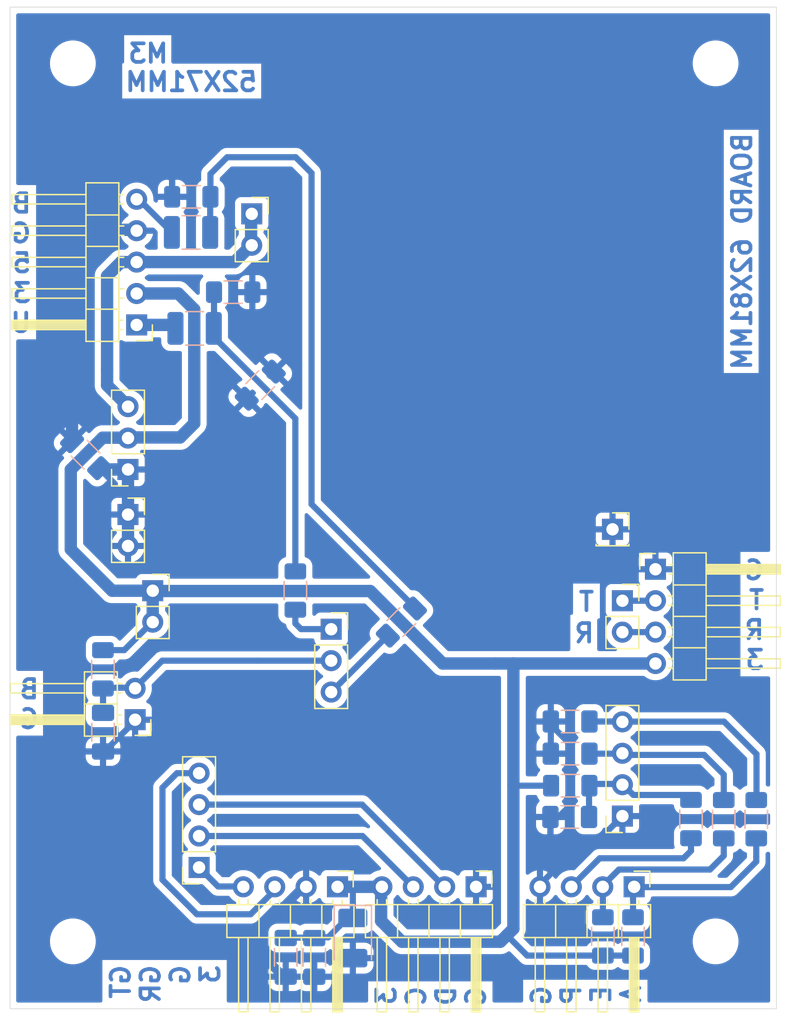
<source format=kicad_pcb>
(kicad_pcb (version 20240108) (generator "pcbnew") (generator_version "8.0")
  (layers (0 "F.Cu" signal) (31 "B.Cu" signal) (34 "B.Paste" user) (35 "F.Paste" user) (36 "B.SilkS" user "B.Silkscreen") (37 "F.SilkS" user "F.Silkscreen") (38 "B.Mask" user) (39 "F.Mask" user) (44 "Edge.Cuts" user))
  (net 0 "")
  (net 1 "ENC_A")
  (net 2 "ENC_P")
  (net 3 "GND")
  (net 4 "ENC_E")
  (net 5 "RX0")
  (net 6 "TX0")
  (net 7 "BUTTON")
  (net 8 "BATTERY")
  (net 9 "EXT_POWER_DETECT")
  (net 10 "+3.3V")
  (net 11 "+5V")
  (net 12 "GPS_RX")
  (net 13 "SDA")
  (net 14 "GPS_TX")
  (net 15 "SCL")
  (net 16 "ENC_O_P")
  (net 17 "ENC_O_E")
  (net 18 "ENC_O_A")
  (net 19 "Net-(R7-Pad1)")
  (net 20 "+BATT")
  (net 21 "VBUS")
  (footprint "Connector_PinHeader_2.54mm:PinHeader_1x05_P2.54mm_Horizontal" (layer "F.Cu") (at 74.81 85.71 180)
    (property "Reference" "J15" (hide yes))
    (property "Value" "POWER IN" (hide yes))
    (pad "1" thru_hole rect (at 0 0 180) (size 1.7 1.7) (drill 1) (layers "*.Cu" "*.Mask") (net 21 "VBUS"))
    (pad "2" thru_hole oval (at 0 2.54 180) (size 1.7 1.7) (drill 1) (layers "*.Cu" "*.Mask") (net 10 "+3.3V"))
    (pad "3" thru_hole oval (at 0 5.08 180) (size 1.7 1.7) (drill 1) (layers "*.Cu" "*.Mask") (net 11 "+5V"))
    (pad "4" thru_hole oval (at 0 7.62 180) (size 1.7 1.7) (drill 1) (layers "*.Cu" "*.Mask") (net 3 "GND"))
    (pad "5" thru_hole oval (at 0 10.16 180) (size 1.7 1.7) (drill 1) (layers "*.Cu" "*.Mask") (net 20 "+BATT"))
  )
  (footprint "Connector_PinHeader_2.54mm:PinHeader_1x02_P2.54mm_Horizontal" (layer "F.Cu") (at 74.685 117.635 180)
    (property "Reference" "J12" (hide yes))
    (property "Value" "BUTTON" (hide yes))
    (pad "1" thru_hole rect (at 0 0 180) (size 1.7 1.7) (drill 1) (layers "*.Cu" "*.Mask") (net 3 "GND"))
    (pad "2" thru_hole oval (at 0 2.54 180) (size 1.7 1.7) (drill 1) (layers "*.Cu" "*.Mask") (net 7 "BUTTON"))
  )
  (footprint "MountingHole:MountingHole_3.2mm_M3" (layer "F.Cu") (at 69.65 64.56)
    (property "Reference" "H1" (hide yes))
    (property "Value" "MountingHole" (hide yes))
    (pad "" np_thru_hole circle (at 0 0) (size 3.2 3.2) (drill 3.2) (layers "F&B.Cu" "*.Mask"))
  )
  (footprint "MountingHole:MountingHole_3.2mm_M3" (layer "F.Cu") (at 69.65 135.56)
    (property "Reference" "H3" (hide yes))
    (property "Value" "MountingHole" (hide yes))
    (pad "" np_thru_hole circle (at 0 0) (size 3.2 3.2) (drill 3.2) (layers "F&B.Cu" "*.Mask"))
  )
  (footprint "Connector_PinSocket_2.54mm:PinSocket_1x02_P2.54mm_Vertical" (layer "F.Cu") (at 84.12 76.73)
    (property "Reference" "J5" (hide yes))
    (property "Value" "5V" (hide yes))
    (pad "1" thru_hole rect (at 0 0) (size 1.7 1.7) (drill 1) (layers "*.Cu" "*.Mask") (net 11 "+5V"))
    (pad "2" thru_hole oval (at 0 2.54) (size 1.7 1.7) (drill 1) (layers "*.Cu" "*.Mask") (net 11 "+5V"))
  )
  (footprint "Connector_PinSocket_2.54mm:PinSocket_1x03_P2.54mm_Vertical" (layer "F.Cu") (at 74.11 97.4 180)
    (property "Reference" "J4" (hide yes))
    (property "Value" "POWER" (hide yes))
    (pad "1" thru_hole rect (at 0 0 180) (size 1.7 1.7) (drill 1) (layers "*.Cu" "*.Mask") (net 3 "GND"))
    (pad "2" thru_hole oval (at 0 2.54 180) (size 1.7 1.7) (drill 1) (layers "*.Cu" "*.Mask") (net 10 "+3.3V"))
    (pad "3" thru_hole oval (at 0 5.08 180) (size 1.7 1.7) (drill 1) (layers "*.Cu" "*.Mask") (net 11 "+5V"))
  )
  (footprint "Connector_PinHeader_2.54mm:PinHeader_1x04_P2.54mm_Horizontal" (layer "F.Cu") (at 91.06 131.15 -90)
    (property "Reference" "J14" (hide yes))
    (property "Value" "GPS" (hide yes))
    (pad "1" thru_hole rect (at 0 0 270) (size 1.7 1.7) (drill 1) (layers "*.Cu" "*.Mask") (net 10 "+3.3V"))
    (pad "2" thru_hole oval (at 0 2.54 270) (size 1.7 1.7) (drill 1) (layers "*.Cu" "*.Mask") (net 3 "GND"))
    (pad "3" thru_hole oval (at 0 5.08 270) (size 1.7 1.7) (drill 1) (layers "*.Cu" "*.Mask") (net 12 "GPS_RX"))
    (pad "4" thru_hole oval (at 0 7.62 270) (size 1.7 1.7) (drill 1) (layers "*.Cu" "*.Mask") (net 14 "GPS_TX"))
  )
  (footprint "Connector_PinHeader_2.54mm:PinHeader_1x04_P2.54mm_Horizontal" (layer "F.Cu") (at 115.06 131.15 -90)
    (property "Reference" "J11" (hide yes))
    (property "Value" "ENCODER" (hide yes))
    (pad "1" thru_hole rect (at 0 0 270) (size 1.7 1.7) (drill 1) (layers "*.Cu" "*.Mask") (net 18 "ENC_O_A"))
    (pad "2" thru_hole oval (at 0 2.54 270) (size 1.7 1.7) (drill 1) (layers "*.Cu" "*.Mask") (net 17 "ENC_O_E"))
    (pad "3" thru_hole oval (at 0 5.08 270) (size 1.7 1.7) (drill 1) (layers "*.Cu" "*.Mask") (net 16 "ENC_O_P"))
    (pad "4" thru_hole oval (at 0 7.62 270) (size 1.7 1.7) (drill 1) (layers "*.Cu" "*.Mask") (net 3 "GND"))
  )
  (footprint "MountingHole:MountingHole_3.2mm_M3" (layer "F.Cu") (at 121.65 64.56)
    (property "Reference" "H2" (hide yes))
    (property "Value" "MountingHole" (hide yes))
    (pad "" np_thru_hole circle (at 0 0) (size 3.2 3.2) (drill 3.2) (layers "F&B.Cu" "*.Mask"))
  )
  (footprint "Connector_PinSocket_2.54mm:PinSocket_1x01_P2.54mm_Vertical" (layer "F.Cu") (at 113.31 102.24)
    (property "Reference" "J9" (hide yes))
    (property "Value" "GND" (hide yes))
    (pad "1" thru_hole rect (at 0 0) (size 1.7 1.7) (drill 1) (layers "*.Cu" "*.Mask") (net 3 "GND"))
  )
  (footprint "Connector_PinSocket_2.54mm:PinSocket_1x04_P2.54mm_Vertical" (layer "F.Cu") (at 114.11 125.43 180)
    (property "Reference" "J1" (hide yes))
    (property "Value" "ENCODER" (hide yes))
    (pad "1" thru_hole rect (at 0 0 180) (size 1.7 1.7) (drill 1) (layers "*.Cu" "*.Mask") (net 3 "GND"))
    (pad "2" thru_hole oval (at 0 2.54 180) (size 1.7 1.7) (drill 1) (layers "*.Cu" "*.Mask") (net 2 "ENC_P"))
    (pad "3" thru_hole oval (at 0 5.08 180) (size 1.7 1.7) (drill 1) (layers "*.Cu" "*.Mask") (net 4 "ENC_E"))
    (pad "4" thru_hole oval (at 0 7.62 180) (size 1.7 1.7) (drill 1) (layers "*.Cu" "*.Mask") (net 1 "ENC_A"))
  )
  (footprint "Connector_PinSocket_2.54mm:PinSocket_1x04_P2.54mm_Vertical" (layer "F.Cu") (at 79.86 129.58 180)
    (property "Reference" "J8" (hide yes))
    (property "Value" "GPS+OLED" (hide yes))
    (pad "1" thru_hole rect (at 0 0 180) (size 1.7 1.7) (drill 1) (layers "*.Cu" "*.Mask") (net 14 "GPS_TX"))
    (pad "2" thru_hole oval (at 0 2.54 180) (size 1.7 1.7) (drill 1) (layers "*.Cu" "*.Mask") (net 15 "SCL"))
    (pad "3" thru_hole oval (at 0 5.08 180) (size 1.7 1.7) (drill 1) (layers "*.Cu" "*.Mask") (net 13 "SDA"))
    (pad "4" thru_hole oval (at 0 7.62 180) (size 1.7 1.7) (drill 1) (layers "*.Cu" "*.Mask") (net 12 "GPS_RX"))
  )
  (footprint "Connector_PinSocket_2.54mm:PinSocket_1x02_P2.54mm_Vertical" (layer "F.Cu") (at 114.11 108.015)
    (property "Reference" "J2" (hide yes))
    (property "Value" "PROG" (hide yes))
    (pad "1" thru_hole rect (at 0 0) (size 1.7 1.7) (drill 1) (layers "*.Cu" "*.Mask") (net 6 "TX0"))
    (pad "2" thru_hole oval (at 0 2.54) (size 1.7 1.7) (drill 1) (layers "*.Cu" "*.Mask") (net 5 "RX0"))
  )
  (footprint "Connector_PinSocket_2.54mm:PinSocket_1x03_P2.54mm_Vertical" (layer "F.Cu") (at 90.55 110.32)
    (property "Reference" "J3" (hide yes))
    (property "Value" "MISC" (hide yes))
    (pad "1" thru_hole rect (at 0 0) (size 1.7 1.7) (drill 1) (layers "*.Cu" "*.Mask") (net 9 "EXT_POWER_DETECT"))
    (pad "2" thru_hole oval (at 0 2.54) (size 1.7 1.7) (drill 1) (layers "*.Cu" "*.Mask") (net 7 "BUTTON"))
    (pad "3" thru_hole oval (at 0 5.08) (size 1.7 1.7) (drill 1) (layers "*.Cu" "*.Mask") (net 8 "BATTERY"))
  )
  (footprint "Connector_PinSocket_2.54mm:PinSocket_1x02_P2.54mm_Vertical" (layer "F.Cu") (at 74.11 101.045)
    (property "Reference" "J6" (hide yes))
    (property "Value" "GND" (hide yes))
    (pad "1" thru_hole rect (at 0 0) (size 1.7 1.7) (drill 1) (layers "*.Cu" "*.Mask") (net 3 "GND"))
    (pad "2" thru_hole oval (at 0 2.54) (size 1.7 1.7) (drill 1) (layers "*.Cu" "*.Mask") (net 3 "GND"))
  )
  (footprint "MountingHole:MountingHole_3.2mm_M3" (layer "F.Cu") (at 121.65 135.56)
    (property "Reference" "H4" (hide yes))
    (property "Value" "MountingHole" (hide yes))
    (pad "" np_thru_hole circle (at 0 0) (size 3.2 3.2) (drill 3.2) (layers "F&B.Cu" "*.Mask"))
  )
  (footprint "Connector_PinHeader_2.54mm:PinHeader_1x04_P2.54mm_Horizontal" (layer "F.Cu") (at 102.27 131.15 -90)
    (property "Reference" "J13" (hide yes))
    (property "Value" "OLED" (hide yes))
    (pad "1" thru_hole rect (at 0 0 270) (size 1.7 1.7) (drill 1) (layers "*.Cu" "*.Mask") (net 3 "GND"))
    (pad "2" thru_hole oval (at 0 2.54 270) (size 1.7 1.7) (drill 1) (layers "*.Cu" "*.Mask") (net 13 "SDA"))
    (pad "3" thru_hole oval (at 0 5.08 270) (size 1.7 1.7) (drill 1) (layers "*.Cu" "*.Mask") (net 15 "SCL"))
    (pad "4" thru_hole oval (at 0 7.62 270) (size 1.7 1.7) (drill 1) (layers "*.Cu" "*.Mask") (net 10 "+3.3V"))
  )
  (footprint "Connector_PinHeader_2.54mm:PinHeader_1x04_P2.54mm_Horizontal" (layer "F.Cu") (at 116.785 105.47)
    (property "Reference" "J10" (hide yes))
    (property "Value" "UART" (hide yes))
    (pad "1" thru_hole rect (at 0 0) (size 1.7 1.7) (drill 1) (layers "*.Cu" "*.Mask") (net 3 "GND"))
    (pad "2" thru_hole oval (at 0 2.54) (size 1.7 1.7) (drill 1) (layers "*.Cu" "*.Mask") (net 6 "TX0"))
    (pad "3" thru_hole oval (at 0 5.08) (size 1.7 1.7) (drill 1) (layers "*.Cu" "*.Mask") (net 5 "RX0"))
    (pad "4" thru_hole oval (at 0 7.62) (size 1.7 1.7) (drill 1) (layers "*.Cu" "*.Mask") (net 10 "+3.3V"))
  )
  (footprint "Connector_PinSocket_2.54mm:PinSocket_1x02_P2.54mm_Vertical" (layer "F.Cu") (at 76.11 107.205)
    (property "Reference" "J7" (hide yes))
    (property "Value" "3V3" (hide yes))
    (pad "1" thru_hole rect (at 0 0) (size 1.7 1.7) (drill 1) (layers "*.Cu" "*.Mask") (net 10 "+3.3V"))
    (pad "2" thru_hole oval (at 0 2.54) (size 1.7 1.7) (drill 1) (layers "*.Cu" "*.Mask") (net 10 "+3.3V"))
  )
  (footprint "Resistor_SMD:R_1206_3216Metric_Pad1.30x1.75mm_HandSolder" (layer "B.Cu") (at 79.23 75.35)
    (property "Reference" "R8" (hide yes))
    (property "Value" "10k" (hide yes))
    (pad "1" smd roundrect (at -1.55 0) (size 1.3 1.75) (layers "B.Cu" "B.Paste" "B.Mask") (roundrect_rratio 0.192308) (net 3 "GND"))
    (pad "2" smd roundrect (at 1.55 0) (size 1.3 1.75) (layers "B.Cu" "B.Paste" "B.Mask") (roundrect_rratio 0.192308) (net 19 "Net-(R7-Pad1)"))
  )
  (footprint "Resistor_SMD:R_1206_3216Metric_Pad1.30x1.75mm_HandSolder" (layer "B.Cu") (at 119.66 125.67 -90)
    (property "Reference" "R1" (hide yes))
    (property "Value" "10k" (hide yes))
    (pad "1" smd roundrect (at -1.55 0 270) (size 1.3 1.75) (layers "B.Cu" "B.Paste" "B.Mask") (roundrect_rratio 0.192308) (net 2 "ENC_P"))
    (pad "2" smd roundrect (at 1.55 0 270) (size 1.3 1.75) (layers "B.Cu" "B.Paste" "B.Mask") (roundrect_rratio 0.192308) (net 16 "ENC_O_P"))
  )
  (footprint "Resistor_SMD:R_1206_3216Metric_Pad1.30x1.75mm_HandSolder" (layer "B.Cu") (at 112.53 135.16 -90)
    (property "Reference" "R5" (hide yes))
    (property "Value" "10k" (hide yes))
    (pad "1" smd roundrect (at -1.55 0 270) (size 1.3 1.75) (layers "B.Cu" "B.Paste" "B.Mask") (roundrect_rratio 0.192308) (net 17 "ENC_O_E"))
    (pad "2" smd roundrect (at 1.55 0 270) (size 1.3 1.75) (layers "B.Cu" "B.Paste" "B.Mask") (roundrect_rratio 0.192308) (net 10 "+3.3V"))
  )
  (footprint "Resistor_SMD:R_1206_3216Metric_Pad1.30x1.75mm_HandSolder" (layer "B.Cu") (at 114.97 135.16 -90)
    (property "Reference" "R3" (hide yes))
    (property "Value" "10k" (hide yes))
    (pad "1" smd roundrect (at -1.55 0 270) (size 1.3 1.75) (layers "B.Cu" "B.Paste" "B.Mask") (roundrect_rratio 0.192308) (net 18 "ENC_O_A"))
    (pad "2" smd roundrect (at 1.55 0 270) (size 1.3 1.75) (layers "B.Cu" "B.Paste" "B.Mask") (roundrect_rratio 0.192308) (net 10 "+3.3V"))
  )
  (footprint "Resistor_SMD:R_1206_3216Metric_Pad1.30x1.75mm_HandSolder" (layer "B.Cu") (at 122.31 125.68 -90)
    (property "Reference" "R6" (hide yes))
    (property "Value" "10k" (hide yes))
    (pad "1" smd roundrect (at -1.55 0 270) (size 1.3 1.75) (layers "B.Cu" "B.Paste" "B.Mask") (roundrect_rratio 0.192308) (net 4 "ENC_E"))
    (pad "2" smd roundrect (at 1.55 0 270) (size 1.3 1.75) (layers "B.Cu" "B.Paste" "B.Mask") (roundrect_rratio 0.192308) (net 17 "ENC_O_E"))
  )
  (footprint "Resistor_SMD:R_1206_3216Metric_Pad1.30x1.75mm_HandSolder" (layer "B.Cu") (at 124.94 125.68 -90)
    (property "Reference" "R4" (hide yes))
    (property "Value" "10k" (hide yes))
    (pad "1" smd roundrect (at -1.55 0 270) (size 1.3 1.75) (layers "B.Cu" "B.Paste" "B.Mask") (roundrect_rratio 0.192308) (net 1 "ENC_A"))
    (pad "2" smd roundrect (at 1.55 0 270) (size 1.3 1.75) (layers "B.Cu" "B.Paste" "B.Mask") (roundrect_rratio 0.192308) (net 18 "ENC_O_A"))
  )
  (footprint "Capacitor_SMD:C_1206_3216Metric_Pad1.33x1.80mm_HandSolder" (layer "B.Cu") (at 89.18 136.8575 -90)
    (property "Reference" "C5" (hide yes))
    (property "Value" "100n" (hide yes))
    (pad "1" smd roundrect (at -1.5625 0 270) (size 1.325 1.8) (layers "B.Cu" "B.Paste" "B.Mask") (roundrect_rratio 0.188679) (net 10 "+3.3V"))
    (pad "2" smd roundrect (at 1.5625 0 270) (size 1.325 1.8) (layers "B.Cu" "B.Paste" "B.Mask") (roundrect_rratio 0.188679) (net 3 "GND"))
  )
  (footprint "Resistor_SMD:R_1206_3216Metric_Pad1.30x1.75mm_HandSolder" (layer "B.Cu") (at 87.65 107.19 -90)
    (property "Reference" "R13" (hide yes))
    (property "Value" "0R" (hide yes))
    (pad "1" smd roundrect (at -1.55 0 270) (size 1.3 1.75) (layers "B.Cu" "B.Paste" "B.Mask") (roundrect_rratio 0.192308) (net 9 "EXT_POWER_DETECT"))
    (pad "2" smd roundrect (at 1.55 0 270) (size 1.3 1.75) (layers "B.Cu" "B.Paste" "B.Mask") (roundrect_rratio 0.192308) (net 9 "EXT_POWER_DETECT"))
  )
  (footprint "Resistor_SMD:R_1206_3216Metric_Pad1.30x1.75mm_HandSolder" (layer "B.Cu") (at 82.62 83.06 180)
    (property "Reference" "R12" (hide yes))
    (property "Value" "110K" (hide yes))
    (pad "1" smd roundrect (at -1.55 0 180) (size 1.3 1.75) (layers "B.Cu" "B.Paste" "B.Mask") (roundrect_rratio 0.192308) (net 3 "GND"))
    (pad "2" smd roundrect (at 1.55 0 180) (size 1.3 1.75) (layers "B.Cu" "B.Paste" "B.Mask") (roundrect_rratio 0.192308) (net 9 "EXT_POWER_DETECT"))
  )
  (footprint "Resistor_SMD:R_1210_3225Metric_Pad1.30x2.65mm_HandSolder" (layer "B.Cu") (at 79.21 78.23 180)
    (property "Reference" "R7" (hide yes))
    (property "Value" "100k" (hide yes))
    (pad "1" smd roundrect (at -1.55 0 180) (size 1.3 2.65) (layers "B.Cu" "B.Paste" "B.Mask") (roundrect_rratio 0.192308) (net 19 "Net-(R7-Pad1)"))
    (pad "2" smd roundrect (at 1.55 0 180) (size 1.3 2.65) (layers "B.Cu" "B.Paste" "B.Mask") (roundrect_rratio 0.192308) (net 20 "+BATT"))
  )
  (footprint "Capacitor_SMD:C_1206_3216Metric_Pad1.33x1.80mm_HandSolder" (layer "B.Cu") (at 109.88 117.78 180)
    (property "Reference" "C2" (hide yes))
    (property "Value" "100n" (hide yes))
    (pad "1" smd roundrect (at -1.5625 0 180) (size 1.325 1.8) (layers "B.Cu" "B.Paste" "B.Mask") (roundrect_rratio 0.188679) (net 1 "ENC_A"))
    (pad "2" smd roundrect (at 1.5625 0 180) (size 1.325 1.8) (layers "B.Cu" "B.Paste" "B.Mask") (roundrect_rratio 0.188679) (net 3 "GND"))
  )
  (footprint "Capacitor_SMD:C_1206_3216Metric_Pad1.33x1.80mm_HandSolder" (layer "B.Cu") (at 86.87 136.85 -90)
    (property "Reference" "C7" (hide yes))
    (property "Value" "100n" (hide yes))
    (pad "1" smd roundrect (at -1.5625 0 270) (size 1.325 1.8) (layers "B.Cu" "B.Paste" "B.Mask") (roundrect_rratio 0.188679) (net 10 "+3.3V"))
    (pad "2" smd roundrect (at 1.5625 0 270) (size 1.325 1.8) (layers "B.Cu" "B.Paste" "B.Mask") (roundrect_rratio 0.188679) (net 3 "GND"))
  )
  (footprint "Resistor_SMD:R_1210_3225Metric_Pad1.30x2.65mm_HandSolder" (layer "B.Cu") (at 79.5 85.99 180)
    (property "Reference" "R11" (hide yes))
    (property "Value" "57K6" (hide yes))
    (pad "1" smd roundrect (at -1.55 0 180) (size 1.3 2.65) (layers "B.Cu" "B.Paste" "B.Mask") (roundrect_rratio 0.192308) (net 9 "EXT_POWER_DETECT"))
    (pad "2" smd roundrect (at 1.55 0 180) (size 1.3 2.65) (layers "B.Cu" "B.Paste" "B.Mask") (roundrect_rratio 0.192308) (net 21 "VBUS"))
  )
  (footprint "Resistor_SMD:R_1206_3216Metric_Pad1.30x1.75mm_HandSolder" (layer "B.Cu") (at 70.68 96.2 -45)
    (property "Reference" "R14" (hide yes))
    (property "Value" "0R" (hide yes))
    (pad "1" smd roundrect (at -1.550001 0 315) (size 1.3 1.75) (layers "B.Cu" "B.Paste" "B.Mask") (roundrect_rratio 0.192308) (net 3 "GND"))
    (pad "2" smd roundrect (at 1.550001 0 315) (size 1.3 1.75) (layers "B.Cu" "B.Paste" "B.Mask") (roundrect_rratio 0.192308) (net 3 "GND"))
  )
  (footprint "Capacitor_SMD:C_1206_3216Metric_Pad1.33x1.80mm_HandSolder" (layer "B.Cu") (at 109.85 125.5 180)
    (property "Reference" "C1" (hide yes))
    (property "Value" "100n" (hide yes))
    (pad "1" smd roundrect (at -1.5625 0 180) (size 1.325 1.8) (layers "B.Cu" "B.Paste" "B.Mask") (roundrect_rratio 0.188679) (net 2 "ENC_P"))
    (pad "2" smd roundrect (at 1.5625 0 180) (size 1.325 1.8) (layers "B.Cu" "B.Paste" "B.Mask") (roundrect_rratio 0.188679) (net 3 "GND"))
  )
  (footprint "Resistor_SMD:R_1206_3216Metric_Pad1.30x1.75mm_HandSolder" (layer "B.Cu") (at 96.23 109.74 45)
    (property "Reference" "R9" (hide yes))
    (property "Value" "1k" (hide yes))
    (pad "1" smd roundrect (at -1.550001 0 45) (size 1.3 1.75) (layers "B.Cu" "B.Paste" "B.Mask") (roundrect_rratio 0.192308) (net 8 "BATTERY"))
    (pad "2" smd roundrect (at 1.550001 0 45) (size 1.3 1.75) (layers "B.Cu" "B.Paste" "B.Mask") (roundrect_rratio 0.192308) (net 19 "Net-(R7-Pad1)"))
  )
  (footprint "Capacitor_SMD:C_1206_3216Metric_Pad1.33x1.80mm_HandSolder" (layer "B.Cu") (at 109.88 120.38 180)
    (property "Reference" "C3" (hide yes))
    (property "Value" "100n" (hide yes))
    (pad "1" smd roundrect (at -1.5625 0 180) (size 1.325 1.8) (layers "B.Cu" "B.Paste" "B.Mask") (roundrect_rratio 0.188679) (net 4 "ENC_E"))
    (pad "2" smd roundrect (at 1.5625 0 180) (size 1.325 1.8) (layers "B.Cu" "B.Paste" "B.Mask") (roundrect_rratio 0.188679) (net 3 "GND"))
  )
  (footprint "Resistor_SMD:R_1206_3216Metric_Pad1.30x1.75mm_HandSolder" (layer "B.Cu") (at 109.89 122.97 180)
    (property "Reference" "R2" (hide yes))
    (property "Value" "10k" (hide yes))
    (pad "1" smd roundrect (at -1.55 0 180) (size 1.3 1.75) (layers "B.Cu" "B.Paste" "B.Mask") (roundrect_rratio 0.192308) (net 2 "ENC_P"))
    (pad "2" smd roundrect (at 1.55 0 180) (size 1.3 1.75) (layers "B.Cu" "B.Paste" "B.Mask") (roundrect_rratio 0.192308) (net 10 "+3.3V"))
  )
  (footprint "Capacitor_SMD:C_1206_3216Metric_Pad1.33x1.80mm_HandSolder" (layer "B.Cu") (at 72.09 118.64 -90)
    (property "Reference" "C4" (hide yes))
    (property "Value" "100n" (hide yes))
    (pad "1" smd roundrect (at -1.5625 0 270) (size 1.325 1.8) (layers "B.Cu" "B.Paste" "B.Mask") (roundrect_rratio 0.188679) (net 7 "BUTTON"))
    (pad "2" smd roundrect (at 1.5625 0 270) (size 1.325 1.8) (layers "B.Cu" "B.Paste" "B.Mask") (roundrect_rratio 0.188679) (net 3 "GND"))
  )
  (footprint "Capacitor_Tantalum_SMD:CP_EIA-3528-21_Kemet-B_Pad1.50x2.35mm_HandSolder" (layer "B.Cu") (at 92.3 135.29 -90)
    (property "Reference" "C6" (hide yes))
    (property "Value" "100u" (hide yes))
    (pad "1" smd roundrect (at -1.625 0 270) (size 1.5 2.35) (layers "B.Cu" "B.Paste" "B.Mask") (roundrect_rratio 0.166667) (net 10 "+3.3V"))
    (pad "2" smd roundrect (at 1.625 0 270) (size 1.5 2.35) (layers "B.Cu" "B.Paste" "B.Mask") (roundrect_rratio 0.166667) (net 3 "GND"))
  )
  (footprint "Resistor_SMD:R_1206_3216Metric_Pad1.30x1.75mm_HandSolder" (layer "B.Cu") (at 72.08 113.56 90)
    (property "Reference" "R10" (hide yes))
    (property "Value" "10k" (hide yes))
    (pad "1" smd roundrect (at -1.55 0 90) (size 1.3 1.75) (layers "B.Cu" "B.Paste" "B.Mask") (roundrect_rratio 0.192308) (net 7 "BUTTON"))
    (pad "2" smd roundrect (at 1.55 0 90) (size 1.3 1.75) (layers "B.Cu" "B.Paste" "B.Mask") (roundrect_rratio 0.192308) (net 10 "+3.3V"))
  )
  (footprint "Resistor_SMD:R_1206_3216Metric_Pad1.30x1.75mm_HandSolder" (layer "B.Cu") (at 84.81 90.58 45)
    (property "Reference" "R15" (hide yes))
    (property "Value" "0R" (hide yes))
    (pad "1" smd roundrect (at -1.550001 0 45) (size 1.3 1.75) (layers "B.Cu" "B.Paste" "B.Mask") (roundrect_rratio 0.192308) (net 3 "GND"))
    (pad "2" smd roundrect (at 1.550001 0 45) (size 1.3 1.75) (layers "B.Cu" "B.Paste" "B.Mask") (roundrect_rratio 0.192308) (net 3 "GND"))
  )
  (gr_rect (start 64.565 60.01) (end 126.565 141.01) (stroke (width 0.05)) (fill none) (layer "Edge.Cuts"))
  (gr_text "M3" (at 77.51 64.64 -0) (layer "B.Cu") (effects (font (size 1.5 1.5) (thickness 0.3) (bold yes)) (justify left bottom mirror)))
  (gr_text "T" (at 111.97 108.98 -0) (layer "B.Cu") (effects (font (size 1.5 1.5) (thickness 0.3) (bold yes)) (justify left bottom mirror)))
  (gr_text "BOARD 62X81MM" (at 124.67 70.03 90) (layer "B.Cu") (effects (font (size 1.5 1.5) (thickness 0.3) (bold yes)) (justify left bottom mirror)))
  (gr_text "3\nC\nD\nG" (at 103.14 139.04 90) (layer "B.Cu") (effects (font (size 1.5 1.5) (thickness 0.3) (bold yes)) (justify left bottom mirror)))
  (gr_text "B\nG\n5\n3\nU" (at 66.43 86.42 0) (layer "B.Cu") (effects (font (size 1.5 1.5) (thickness 0.3) (bold yes)) (justify left bottom mirror)))
  (gr_text "52X71MM" (at 84.71 66.94 -0) (layer "B.Cu") (effects (font (size 1.5 1.5) (thickness 0.3) (bold yes)) (justify left bottom mirror)))
  (gr_text "G\nP\nE\nA" (at 115.68 138.98 90) (layer "B.Cu") (effects (font (size 1.5 1.5) (thickness 0.3) (bold yes)) (justify left bottom mirror)))
  (gr_text "GT\nGR\nG\n3" (at 81.64 137.31 90) (layer "B.Cu") (effects (font (size 1.5 1.5) (thickness 0.3) (bold yes)) (justify left bottom mirror)))
  (gr_text "R" (at 111.97 111.52 -0) (layer "B.Cu") (effects (font (size 1.5 1.5) (thickness 0.3) (bold yes)) (justify left bottom mirror)))
  (gr_text "B\nG" (at 67.06 118.46 0) (layer "B.Cu") (effects (font (size 1.5 1.5) (thickness 0.3) (bold yes)) (justify left bottom mirror)))
  (gr_text "G\nT\nR\n3" (at 125.73 113.67 0) (layer "B.Cu") (effects (font (size 1.5 1.5) (thickness 0.3) (bold yes)) (justify left bottom mirror)))
  (segment (start 124.94 123.93) (end 125.05 123.82) (width 0.5) (layer "B.Cu") (net 1))
  (segment (start 124.94 124.13) (end 124.94 123.93) (width 0.5) (layer "B.Cu") (net 1))
  (segment (start 125.05 123.82) (end 125.05 123.78) (width 0.5) (layer "B.Cu") (net 1))
  (segment (start 111.4425 117.78) (end 114.09 117.78) (width 0.5) (layer "B.Cu") (net 1))
  (segment (start 122.38 117.84) (end 122.33 117.79) (width 0.5) (layer "B.Cu") (net 1))
  (segment (start 122.33 117.79) (end 113.98 117.79) (width 0.5) (layer "B.Cu") (net 1))
  (segment (start 114.09 117.78) (end 114.12 117.81) (width 0.5) (layer "B.Cu") (net 1))
  (segment (start 124.96 123.69) (end 124.96 120.97) (width 0.5) (layer "B.Cu") (net 1))
  (segment (start 125.05 123.78) (end 124.96 123.69) (width 0.5) (layer "B.Cu") (net 1))
  (segment (start 124.96 120.97) (end 124.96 120.42) (width 0.5) (layer "B.Cu") (net 1))
  (segment (start 124.96 120.42) (end 122.38 117.84) (width 0.5) (layer "B.Cu") (net 1))
  (segment (start 111.43 122.96) (end 111.56 122.83) (width 0.5) (layer "B.Cu") (net 2))
  (segment (start 111.4125 125.5) (end 111.4125 122.9675) (width 0.5) (layer "B.Cu") (net 2))
  (segment (start 111.42 122.96) (end 111.43 122.96) (width 0.5) (layer "B.Cu") (net 2))
  (segment (start 111.56 122.83) (end 114.21 122.83) (width 0.5) (layer "B.Cu") (net 2))
  (segment (start 119.66 124.12) (end 119.26 123.72) (width 0.5) (layer "B.Cu") (net 2))
  (segment (start 114.99 123.72) (end 114.11 122.84) (width 0.5) (layer "B.Cu") (net 2))
  (segment (start 119.26 123.72) (end 114.99 123.72) (width 0.5) (layer "B.Cu") (net 2))
  (segment (start 111.4125 122.9675) (end 111.42 122.96) (width 0.5) (layer "B.Cu") (net 2))
  (segment (start 69.583984 95.103984) (end 69.583984 83.416016) (width 1) (layer "B.Cu") (net 3))
  (segment (start 74.11 103.49) (end 74.06 103.54) (width 1) (layer "B.Cu") (net 3))
  (segment (start 84.93 134.52) (end 84.93 136.65) (width 0.75) (layer "B.Cu") (net 3))
  (segment (start 72.05 97.4) (end 72.04 97.39) (width 1) (layer "B.Cu") (net 3))
  (segment (start 70.69 78.74) (end 71.41 78.02) (width 1) (layer "B.Cu") (net 3))
  (segment (start 114.11 125.44) (end 111.73 127.82) (width 0.5) (layer "B.Cu") (net 3))
  (segment (start 88.52 131.15) (end 88.3 131.15) (width 0.75) (layer "B.Cu") (net 3))
  (segment (start 72.2175 120.2025) (end 74.29 118.13) (width 0.5) (layer "B.Cu") (net 3))
  (segment (start 69.583984 79.846016) (end 70.69 78.74) (width 1) (layer "B.Cu") (net 3))
  (segment (start 109.85 120.41) (end 109.85 119.58) (width 0.5) (layer "B.Cu") (net 3))
  (segment (start 74.29 118.13) (end 74.29 117.97) (width 0.5) (layer "B.Cu") (net 3))
  (segment (start 108.38 118.11) (end 108.38 117.73) (width 0.5) (layer "B.Cu") (net 3))
  (segment (start 109.82 120.38) (end 109.85 120.41) (width 0.5) (layer "B.Cu") (net 3))
  (segment (start 71.776016 97.296016) (end 72.233984 97.296016) (width 0.5) (layer "B.Cu") (net 3))
  (segment (start 84.93 136.65) (end 86.73 138.45) (width 0.75) (layer "B.Cu") (net 3))
  (segment (start 72.42 97.12) (end 72.44 97.14) (width 0.5) (layer "B.Cu") (net 3))
  (segment (start 109.85 119.58) (end 108.38 118.11) (width 0.5) (layer "B.Cu") (net 3))
  (segment (start 108.3175 120.38) (end 109.82 120.38) (width 0.5) (layer "B.Cu") (net 3))
  (segment (start 111.73 127.82) (end 108.2875 127.82) (width 0.5) (layer "B.Cu") (net 3))
  (segment (start 72.233984 97.296016) (end 72.41 97.12) (width 0.5) (layer "B.Cu") (net 3))
  (segment (start 108.2875 125.5) (end 108.95 125.5) (width 0.5) (layer "B.Cu") (net 3))
  (segment (start 75.96 72.21) (end 73.47 72.21) (width 0.5) (layer "B.Cu") (net 3))
  (segment (start 108.2875 127.82) (end 108.2875 130.1225) (width 0.5) (layer "B.Cu") (net 3))
  (segment (start 73.47 72.21) (end 71.8 73.88) (width 0.5) (layer "B.Cu") (net 3))
  (segment (start 72.09 120.2025) (end 72.2175 120.2025) (width 0.5) (layer "B.Cu") (net 3))
  (segment (start 69.583984 83.416016) (end 69.583984 79.846016) (width 1) (layer "B.Cu") (net 3))
  (segment (start 73.03 97.4) (end 72.05 97.4) (width 1) (layer "B.Cu") (net 3))
  (segment (start 77.68 75.35) (end 77.68 73.93) (width 0.5) (layer "B.Cu") (net 3))
  (segment (start 72.41 97.12) (end 72.42 97.12) (width 0.5) (layer "B.Cu") (net 3))
  (segment (start 71.8 77.63) (end 69.583984 79.846016) (width 0.5) (layer "B.Cu") (net 3))
  (segment (start 74.11 97.4) (end 74.11 103.49) (width 1) (layer "B.Cu") (net 3))
  (segment (start 108.2875 125.5) (end 108.2875 127.82) (width 0.5) (layer "B.Cu") (net 3))
  (segment (start 71.8 73.88) (end 71.8 77.63) (width 0.5) (layer "B.Cu") (net 3))
  (segment (start 108.2875 130.1225) (end 107.46 130.95) (width 0.5) (layer "B.Cu") (net 3))
  (segment (start 114.11 125.43) (end 114.11 125.44) (width 0.5) (layer "B.Cu") (net 3))
  (segment (start 69.583984 83.416016) (end 69.59 83.41) (width 1) (layer "B.Cu") (net 3))
  (segment (start 88.3 131.15) (end 84.93 134.52) (width 0.75) (layer "B.Cu") (net 3))
  (segment (start 77.68 73.93) (end 75.96 72.21) (width 0.5) (layer "B.Cu") (net 3))
  (segment (start 108.95 125.5) (end 109.85 124.6) (width 0.5) (layer "B.Cu") (net 3))
  (segment (start 71.41 78.02) (end 74.82 78.02) (width 1) (layer "B.Cu") (net 3))
  (segment (start 109.85 124.6) (end 109.85 120.41) (width 0.5) (layer "B.Cu") (net 3))
  (segment (start 74.11 97.4) (end 73.03 97.4) (width 1) (layer "B.Cu") (net 3))
  (segment (start 74.11 103.42) (end 74.13 103.44) (width 0.5) (layer "B.Cu") (net 3))
  (segment (start 114.15 120.38) (end 114.34 120.19) (width 0.5) (layer "B.Cu") (net 4))
  (segment (start 122.31 124.13) (end 122.31 122.07) (width 0.5) (layer "B.Cu") (net 4))
  (segment (start 120.72 120.48) (end 114.3 120.48) (width 0.5) (layer "B.Cu") (net 4))
  (segment (start 122.31 122.07) (end 120.72 120.48) (width 0.5) (layer "B.Cu") (net 4))
  (segment (start 111.4425 120.38) (end 114.15 120.38) (width 0.5) (layer "B.Cu") (net 4))
  (segment (start 114.3 120.48) (end 114.18 120.36) (width 0.5) (layer "B.Cu") (net 4))
  (segment (start 116.495 110.555) (end 116.52 110.58) (width 0.5) (layer "B.Cu") (net 5))
  (segment (start 114.11 110.555) (end 116.495 110.555) (width 0.5) (layer "B.Cu") (net 5))
  (segment (start 114.11 108.015) (end 116.835 108.015) (width 0.5) (layer "B.Cu") (net 6))
  (segment (start 116.835 108.015) (end 116.87 108.05) (width 0.5) (layer "B.Cu") (net 6))
  (segment (start 72.09 117.0775) (end 72.09 115.16) (width 0.5) (layer "B.Cu") (net 7))
  (segment (start 72.21 115.05) (end 74.54 115.05) (width 0.5) (layer "B.Cu") (net 7))
  (segment (start 72.09 115.16) (end 72.17 115.08) (width 0.5) (layer "B.Cu") (net 7))
  (segment (start 72.17 115.08) (end 72.18 115.08) (width 0.5) (layer "B.Cu") (net 7))
  (segment (start 72.18 115.08) (end 72.21 115.05) (width 0.5) (layer "B.Cu") (net 7))
  (segment (start 84.6 112.86) (end 76.88 112.86) (width 0.5) (layer "B.Cu") (net 7))
  (segment (start 90.55 112.86) (end 84.6 112.86) (width 0.5) (layer "B.Cu") (net 7))
  (segment (start 76.88 112.86) (end 74.68 115.06) (width 0.5) (layer "B.Cu") (net 7))
  (segment (start 90.55 115.4) (end 94.99 110.96) (width 0.5) (layer "B.Cu") (net 8))
  (segment (start 94.99 110.96) (end 95.11 110.96) (width 0.5) (layer "B.Cu") (net 8))
  (segment (start 88.05 110.25) (end 88.11 110.31) (width 0.5) (layer "B.Cu") (net 9))
  (segment (start 87.65 108.74) (end 87.65 109.85) (width 0.5) (layer "B.Cu") (net 9))
  (segment (start 81.07 85.74) (end 80.99 85.82) (width 0.5) (layer "B.Cu") (net 9))
  (segment (start 87.65 109.85) (end 88.05 110.25) (width 0.5) (layer "B.Cu") (net 9))
  (segment (start 81.12 86.75) (end 81.12 86.67) (width 0.5) (layer "B.Cu") (net 9))
  (segment (start 87.65 93.28) (end 81.12 86.75) (width 0.5) (layer "B.Cu") (net 9))
  (segment (start 81.07 83.06) (end 81.07 85.74) (width 0.5) (layer "B.Cu") (net 9))
  (segment (start 81.05 83.05) (end 81.08 83.02) (width 0.5) (layer "B.Cu") (net 9))
  (segment (start 87.65 105.64) (end 87.65 93.28) (width 0.5) (layer "B.Cu") (net 9))
  (segment (start 88.11 110.31) (end 90.48 110.31) (width 0.5) (layer "B.Cu") (net 9))
  (segment (start 93.71 107.23) (end 76.52 107.23) (width 1) (layer "B.Cu") (net 10))
  (segment (start 104.765 135.065) (end 105.29 134.54) (width 1) (layer "B.Cu") (net 10))
  (segment (start 108.34 122.97) (end 105.36 122.97) (width 0.5) (layer "B.Cu") (net 10))
  (segment (start 94.55 131.07) (end 94.55 131.09) (width 1) (layer "B.Cu") (net 10))
  (segment (start 72.825 107.205) (end 69.48 103.86) (width 1) (layer "B.Cu") (net 10))
  (segment (start 114.97 136.71) (end 112.67 136.71) (width 0.5) (layer "B.Cu") (net 10))
  (segment (start 90.31 135.23) (end 89.35 135.23) (width 0.5) (layer "B.Cu") (net 10))
  (segment (start 69.48 97.41) (end 72.06 94.83) (width 1) (layer "B.Cu") (net 10))
  (segment (start 105.36 122.97) (end 105.29 122.9) (width 0.5) (layer "B.Cu") (net 10))
  (segment (start 92.3 133.665) (end 92.3 131.19) (width 0.5) (layer "B.Cu") (net 10))
  (segment (start 105.29 113.09) (end 103.85 113.09) (width 1) (layer "B.Cu") (net 10))
  (segment (start 72.06 94.83) (end 74.06 94.83) (width 1) (layer "B.Cu") (net 10))
  (segment (start 112.53 136.71) (end 106.41 136.71) (width 0.5) (layer "B.Cu") (net 10))
  (segment (start 106.41 136.71) (end 104.765 135.065) (width 0.5) (layer "B.Cu") (net 10))
  (segment (start 89.28 135.26) (end 89.32 135.3) (width 0.5) (layer "B.Cu") (net 10))
  (segment (start 99.57 113.09) (end 93.71 107.23) (width 1) (layer "B.Cu") (net 10))
  (segment (start 74.81 83.17) (end 78.18 83.17) (width 1) (layer "B.Cu") (net 10))
  (segment (start 92.3 133.665) (end 91.865 133.665) (width 0.5) (layer "B.Cu") (net 10))
  (segment (start 87.06 135.26) (end 89.28 135.26) (width 0.5) (layer "B.Cu") (net 10))
  (segment (start 76.11 109.45) (end 76.08 109.48) (width 1) (layer "B.Cu") (net 10))
  (segment (start 91.06 131.15) (end 92.26 131.15) (width 1) (layer "B.Cu") (net 10))
  (segment (start 79.47 93.67) (end 78.33 94.81) (width 1) (layer "B.Cu") (net 10))
  (segment (start 112.67 136.71) (end 112.62 136.76) (width 0.5) (layer "B.Cu") (net 10))
  (segment (start 105.29 134.54) (end 105.29 122.9) (width 1) (layer "B.Cu") (net 10))
  (segment (start 104.24 135.59) (end 104.765 135.065) (width 1) (layer "B.Cu") (net 10))
  (segment (start 91.865 133.665) (end 91.38 134.15) (width 0.5) (layer "B.Cu") (net 10))
  (segment (start 76.11 107.205) (end 76.11 109.45) (width 1) (layer "B.Cu") (net 10))
  (segment (start 94.55 131.09) (end 94.59 131.13) (width 1) (layer "B.Cu") (net 10))
  (segment (start 74.18 94.81) (end 74.17 94.82) (width 1) (layer "B.Cu") (net 10))
  (segment (start 94.59 131.13) (end 94.59 133.91) (width 1) (layer "B.Cu") (net 10))
  (segment (start 103.85 113.09) (end 99.57 113.09) (width 1) (layer "B.Cu") (net 10))
  (segment (start 92.3 131.19) (end 92.26 131.15) (width 0.5) (layer "B.Cu") (net 10))
  (segment (start 96.27 135.59) (end 104.24 135.59) (width 1) (layer "B.Cu") (net 10))
  (segment (start 94.56 131.15) (end 94.57 131.14) (width 0.5) (layer "B.Cu") (net 10))
  (segment (start 76.11 107.205) (end 72.825 107.205) (width 1) (layer "B.Cu") (net 10))
  (segment (start 78.33 94.81) (end 74.18 94.81) (width 1) (layer "B.Cu") (net 10))
  (segment (start 78.18 83.17) (end 78.56 83.55) (width 1) (layer "B.Cu") (net 10))
  (segment (start 79.47 84.46) (end 79.47 93.67) (width 1) (layer "B.Cu") (net 10))
  (segment (start 76.52 107.23) (end 76.32 107.03) (width 1) (layer "B.Cu") (net 10))
  (segment (start 76.11 107.27) (end 76.07 107.23) (width 0.5) (layer "B.Cu") (net 10))
  (segment (start 94.47 131.15) (end 94.55 131.07) (width 1) (layer "B.Cu") (net 10))
  (segment (start 105.29 122.9) (end 105.29 113.09) (width 1) (layer "B.Cu") (net 10))
  (segment (start 72.08 112.01) (end 73.8 112.01) (width 0.5) (layer "B.Cu") (net 10))
  (segment (start 73.8 112.01) (end 76.13 109.68) (width 0.5) (layer "B.Cu") (net 10))
  (segment (start 78.56 83.55) (end 79.47 84.46) (width 1) (layer "B.Cu") (net 10))
  (segment (start 91.38 134.16) (end 90.31 135.23) (width 0.5) (layer "B.Cu") (net 10))
  (segment (start 92.26 131.15) (end 94.47 131.15) (width 1) (layer "B.Cu") (net 10))
  (segment (start 94.59 133.91) (end 96.27 135.59) (width 1) (layer "B.Cu") (net 10))
  (segment (start 91.38 134.15) (end 91.38 134.16) (width 0.5) (layer "B.Cu") (net 10))
  (segment (start 69.48 103.86) (end 69.48 97.41) (width 1) (layer "B.Cu") (net 10))
  (segment (start 116.785 113.09) (end 105.29 113.09) (width 1) (layer "B.Cu") (net 10))
  (segment (start 72.42 81.75) (end 72.42 89.34) (width 1) (layer "B.Cu") (net 11))
  (segment (start 82.72 80.63) (end 84.1 79.25) (width 1) (layer "B.Cu") (net 11))
  (segment (start 74.81 80.63) (end 73.54 80.63) (width 1) (layer "B.Cu") (net 11))
  (segment (start 72.42 89.34) (end 72.42 90.6) (width 1) (layer "B.Cu") (net 11))
  (segment (start 72.42 90.6) (end 74.09 92.27) (width 1) (layer "B.Cu") (net 11))
  (segment (start 84.1 79.23) (end 84.07 79.2) (width 1) (layer "B.Cu") (net 11))
  (segment (start 74.81 80.63) (end 82.72 80.63) (width 1) (layer "B.Cu") (net 11))
  (segment (start 84.1 79.25) (end 84.1 79.23) (width 1) (layer "B.Cu") (net 11))
  (segment (start 73.54 80.63) (end 72.42 81.75) (width 1) (layer "B.Cu") (net 11))
  (segment (start 84.07 79.2) (end 84.07 76.75) (width 1) (layer "B.Cu") (net 11))
  (segment (start 79.69 133.37) (end 83.86 133.37) (width 0.5) (layer "B.Cu") (net 12))
  (segment (start 77.71 122.32) (end 76.9 123.13) (width 0.5) (layer "B.Cu") (net 12))
  (segment (start 79.86 121.96) (end 78.07 121.96) (width 0.5) (layer "B.Cu") (net 12))
  (segment (start 83.86 133.37) (end 84.03 133.37) (width 0.5) (layer "B.Cu") (net 12))
  (segment (start 76.9 123.13) (end 76.9 130.58) (width 0.5) (layer "B.Cu") (net 12))
  (segment (start 78.07 121.96) (end 77.71 122.32) (width 0.5) (layer "B.Cu") (net 12))
  (segment (start 84.03 133.37) (end 85.99 131.41) (width 0.5) (layer "B.Cu") (net 12))
  (segment (start 76.9 130.58) (end 79.69 133.37) (width 0.5) (layer "B.Cu") (net 12))
  (segment (start 79.86 124.5) (end 93.05 124.5) (width 0.5) (layer "B.Cu") (net 13))
  (segment (start 93.05 124.5) (end 99.69 131.14) (width 0.5) (layer "B.Cu") (net 13))
  (segment (start 81.4 131.12) (end 83.57 131.12) (width 0.5) (layer "B.Cu") (net 14))
  (segment (start 79.86 129.58) (end 81.04 130.76) (width 0.5) (layer "B.Cu") (net 14))
  (segment (start 81.04 130.76) (end 81.4 131.12) (width 0.5) (layer "B.Cu") (net 14))
  (segment (start 79.86 127.04) (end 93.08 127.04) (width 0.5) (layer "B.Cu") (net 15))
  (segment (start 93.08 127.04) (end 97.1 131.06) (width 0.5) (layer "B.Cu") (net 15))
  (segment (start 119.66 128.24) (end 119.19 128.71) (width 0.5) (layer "B.Cu") (net 16))
  (segment (start 119.19 128.71) (end 119.06 128.84) (width 0.5) (layer "B.Cu") (net 16))
  (segment (start 119.66 127.22) (end 119.66 128.24) (width 0.5) (layer "B.Cu") (net 16))
  (segment (start 119.06 128.84) (end 112.27 128.84) (width 0.5) (layer "B.Cu") (net 16))
  (segment (start 112.27 128.84) (end 109.85 131.26) (width 0.5) (layer "B.Cu") (net 16))
  (segment (start 121.2 129.75) (end 114.95 129.75) (width 0.5) (layer "B.Cu") (net 17))
  (segment (start 113.83 129.75) (end 112.47 131.11) (width 0.5) (layer "B.Cu") (net 17))
  (segment (start 122.31 127.23) (end 122.31 128.64) (width 0.5) (layer "B.Cu") (net 17))
  (segment (start 122.24 128.71) (end 121.2 129.75) (width 0.5) (layer "B.Cu") (net 17))
  (segment (start 112.53 133.61) (end 112.53 131.24) (width 0.5) (layer "B.Cu") (net 17))
  (segment (start 122.31 128.64) (end 122.24 128.71) (width 0.5) (layer "B.Cu") (net 17))
  (segment (start 112.53 131.24) (end 112.58 131.19) (width 0.5) (layer "B.Cu") (net 17))
  (segment (start 114.95 129.75) (end 113.83 129.75) (width 0.5) (layer "B.Cu") (net 17))
  (segment (start 122.88 131.17) (end 115 131.17) (width 0.5) (layer "B.Cu") (net 18))
  (segment (start 114.97 133.61) (end 114.97 131.62) (width 0.5) (layer "B.Cu") (net 18))
  (segment (start 124.94 127.23) (end 124.94 128.72) (width 0.5) (layer "B.Cu") (net 18))
  (segment (start 114.97 131.62) (end 115.09 131.5) (width 0.5) (layer "B.Cu") (net 18))
  (segment (start 123.84 130.21) (end 122.88 131.17) (width 0.5) (layer "B.Cu") (net 18))
  (segment (start 124.94 128.72) (end 124.94 129.11) (width 0.5) (layer "B.Cu") (net 18))
  (segment (start 124.94 129.11) (end 123.84 130.21) (width 0.5) (layer "B.Cu") (net 18))
  (segment (start 87.68 72.15) (end 88.96 73.43) (width 0.5) (layer "B.Cu") (net 19))
  (segment (start 80.78 75.35) (end 80.78 73.5) (width 0.5) (layer "B.Cu") (net 19))
  (segment (start 88.96 100.21) (end 97.26 108.51) (width 0.5) (layer "B.Cu") (net 19))
  (segment (start 80.76 75.61) (end 80.94 75.43) (width 0.5) (layer "B.Cu") (net 19))
  (segment (start 82.13 72.15) (end 87.68 72.15) (width 0.5) (layer "B.Cu") (net 19))
  (segment (start 88.96 73.43) (end 88.96 100.21) (width 0.5) (layer "B.Cu") (net 19))
  (segment (start 80.78 73.5) (end 82.13 72.15) (width 0.5) (layer "B.Cu") (net 19))
  (segment (start 80.76 78.23) (end 80.76 75.61) (width 0.5) (layer "B.Cu") (net 19))
  (segment (start 75.04 75.61) (end 74.86 75.61) (width 0.5) (layer "B.Cu") (net 20))
  (segment (start 77.66 78.23) (end 75.04 75.61) (width 0.5) (layer "B.Cu") (net 20))
  (segment (start 77.75 85.71) (end 77.81 85.77) (width 1) (layer "B.Cu") (net 21))
  (segment (start 74.81 85.71) (end 77.75 85.71) (width 1) (layer "B.Cu") (net 21))
  (zone (net 3) (net_name "GND") (layer "B.Cu") (connect_pads (clearance 0.5)) (min_thickness 0.3) (fill yes (thermal_gap 0.5) (thermal_bridge_width 0.5) (island_removal_mode 2) (island_area_min 1))
    (polygon (pts (xy 64.008 59.436) (xy 127.508 59.436) (xy 127.508 142.24) (xy 63.754 142.24)))
  )
)
</source>
